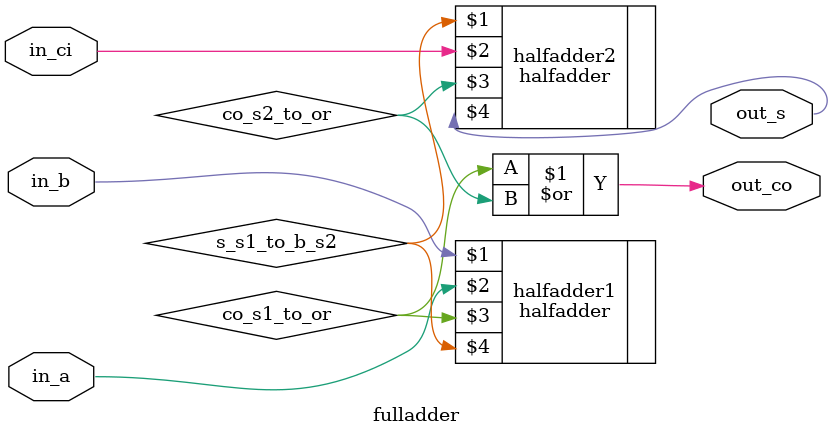
<source format=v>
`include "./halfadder.v"
module fulladder (
    // Inputs and output ports; 3 in, 2 out
    input  in_b,
    in_a,
    in_ci,
    output out_co,
    out_s
);


  // Declaración de señales
  wire s_s1_to_b_s2;  // Un cable del s del sumador 1 al a del sumador2
  wire co_s1_to_or;  // Un cable desde co del sumador 1 a la compuerta or
  wire co_s2_to_or;  // Un cable desde co del sumador 2 a la compuerta or

  // Declaración de submodules
  // halfadder(b,a,co,s)
  halfadder halfadder1 (
      in_b,
      in_a,
      co_s1_to_or,
      s_s1_to_b_s2
  );
  halfadder halfadder2 (
      s_s1_to_b_s2,
      in_ci,
      co_s2_to_or,
      out_s
  );

  // Descripción del comportamiento
  assign out_co = co_s1_to_or | co_s2_to_or;  // co_s1 or co_s2

endmodule

</source>
